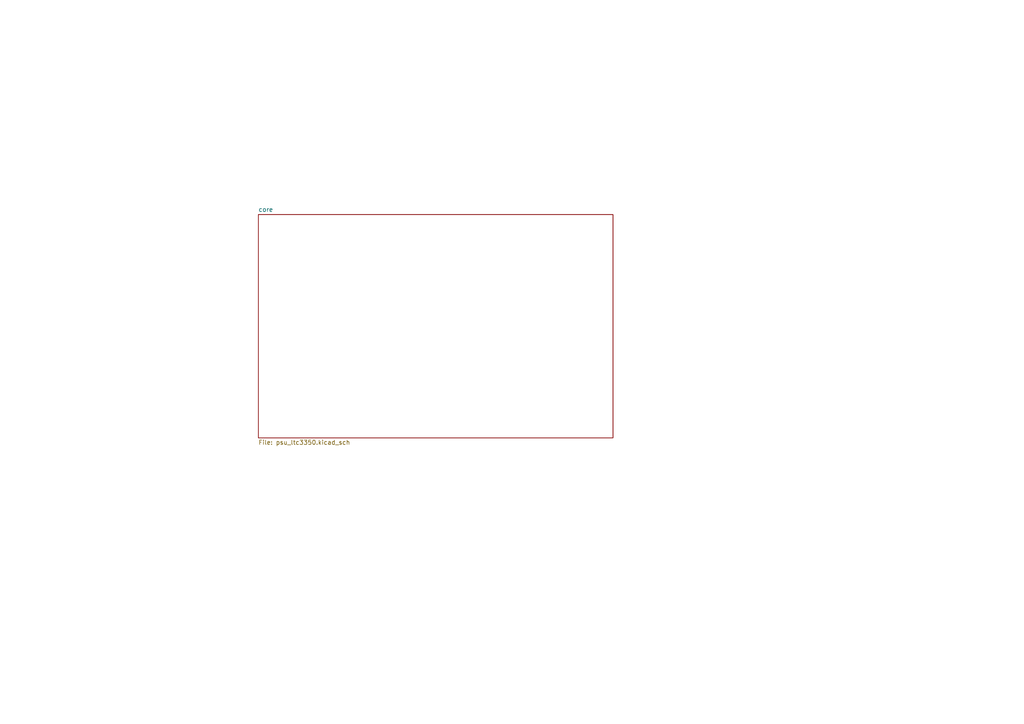
<source format=kicad_sch>
(kicad_sch (version 20221206) (generator eeschema)
  (paper "A4")
  (lib_symbols)
  (sheet (at 74.93 62.23) (size 102.87 64.77) (stroke (width 0.1524))
    (property "Sheetname" "core" (at 74.93 61.5184 0) (effects (justify left bottom)))
    (property "Sheetfile" "psu_ltc3350.kicad_sch" (at 74.93 127.5846 0) (effects (justify left top)))
  )
)
</source>
